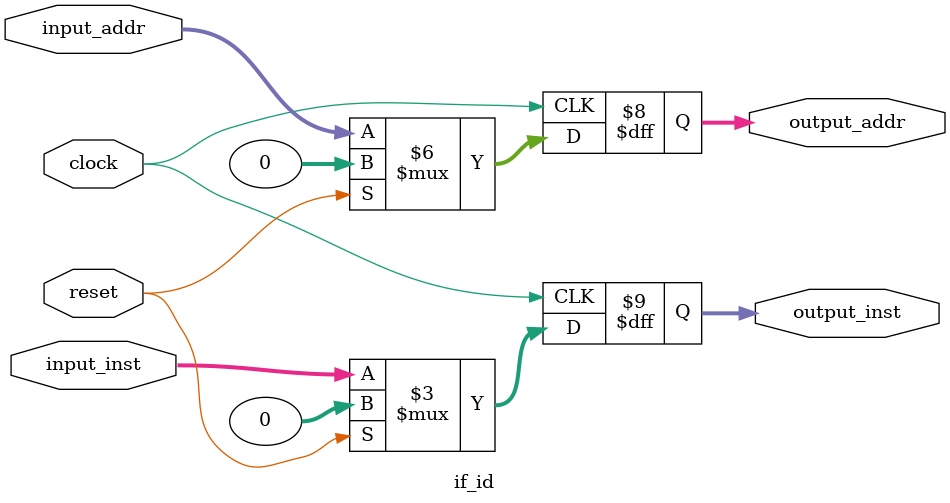
<source format=v>
module if_id(
		input             clock,
		input             reset,
		
		input      [31:0] input_addr,
		input      [31:0] input_inst,
		
		output reg [31:0] output_addr,
		output reg [31:0] output_inst
);
	
always @(posedge clock) begin
	if (reset) begin
		output_addr <= 0;
		output_inst <= 0;
	end
	else begin
		output_addr <= input_addr;
		output_inst <= input_inst;
	end
end

endmodule
</source>
